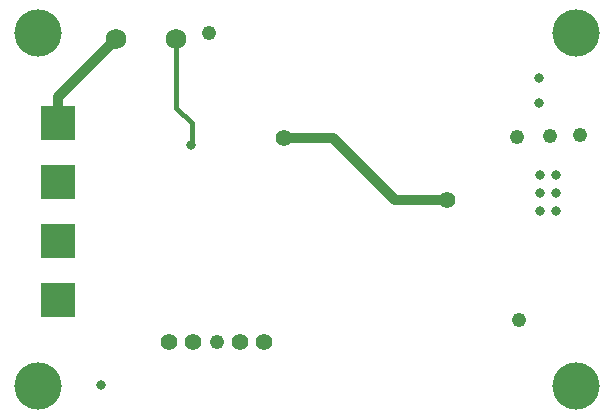
<source format=gbl>
G04 DesignSpark PCB Gerber Version 12.0 Build 5942*
%FSLAX35Y35*%
%MOMM*%
%ADD23R,3.00000X3.00000*%
%ADD18C,0.45000*%
%ADD21C,0.80000*%
%ADD19C,0.81000*%
%ADD71C,0.81280*%
%ADD79C,1.24000*%
%ADD20C,1.42240*%
%ADD75C,1.75000*%
%ADD22C,4.00000*%
X0Y0D02*
D02*
D18*
X44617770Y47163280D02*
Y46585280D01*
X44749770Y46453280D01*
Y46278280D01*
X44739770Y46268280D01*
D02*
D19*
X43620230Y46453280D02*
Y46673740D01*
X44109770Y47163280D01*
X45529410Y46329770D02*
X45943280D01*
X46469770Y45803280D01*
X46896170D01*
X46899770Y45799680D01*
X46909770D01*
D02*
D71*
X43979770Y44233280D03*
X44739770Y46268280D03*
X47689770Y46623280D03*
Y46833280D03*
D02*
D20*
X44559780Y44603280D03*
X44759770D03*
X45159770D03*
X45359770D03*
X45529410Y46329770D03*
X46909770Y45799680D03*
D02*
D21*
X47701770Y45713280D03*
Y45863280D03*
Y46013280D03*
X47831770Y45713280D03*
Y45863280D03*
Y46013280D03*
D02*
D22*
X43450230Y44225000D03*
Y47215000D03*
X48000230Y44225000D03*
Y47215000D03*
D02*
D23*
X43619770Y44953280D03*
Y45453280D03*
X43620230Y45953280D03*
Y46453280D03*
D02*
D75*
X44109770Y47163280D03*
X44617770D03*
D02*
D79*
X44899770Y47213280D03*
X44959770Y44603280D03*
X47501310Y46333280D03*
X47519770Y44783280D03*
X47779770Y46343280D03*
X48039770Y46353280D03*
X0Y0D02*
M02*

</source>
